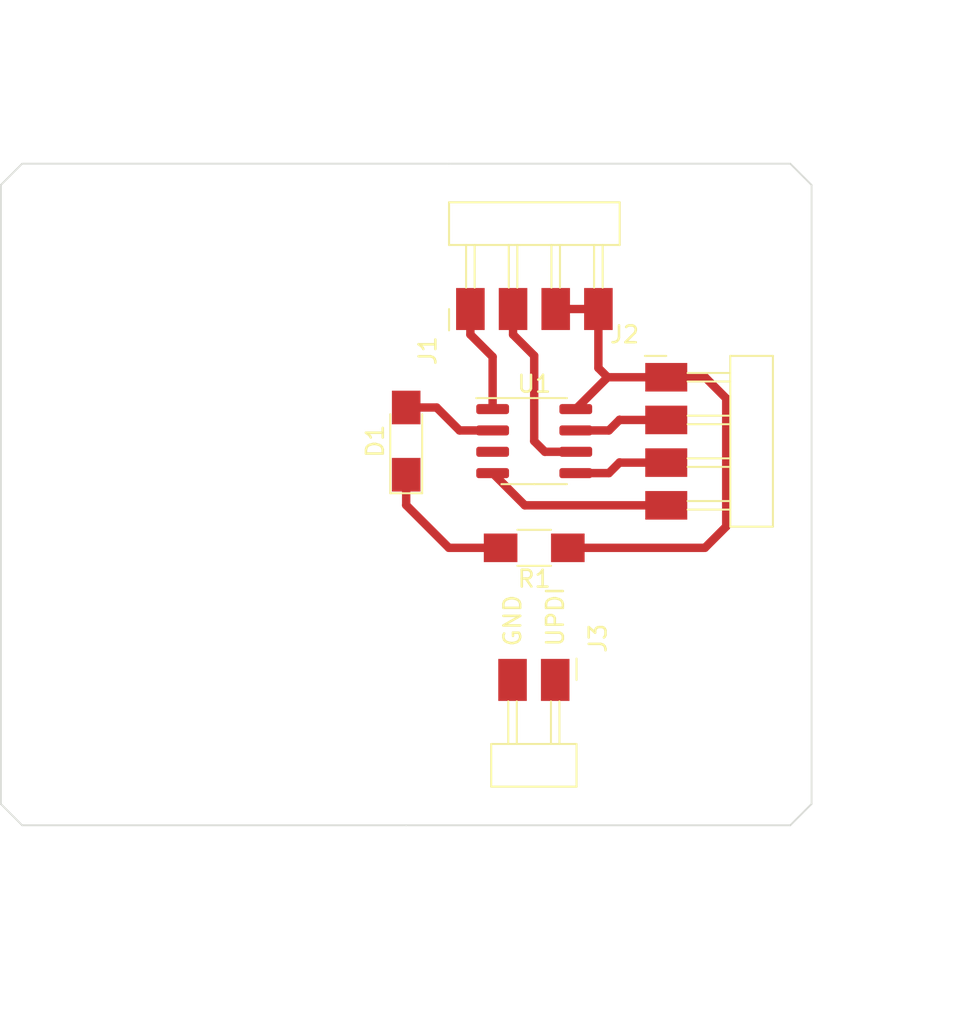
<source format=kicad_pcb>
(kicad_pcb (version 20211014) (generator pcbnew)
  (layers (0 "F.Cu" signal) (31 "B.Cu" signal) (34 "B.Paste" user) (35 "F.Paste" user) (36 "B.SilkS" user "B.Silkscreen") (37 "F.SilkS" user "F.Silkscreen") (38 "B.Mask" user) (39 "F.Mask" user) (44 "Edge.Cuts" user))
  (net 0 "")
  (net 1 "Net-(U1-Pad2)")
  (net 2 "Net-(D1-Pad1)")
  (net 3 "Net-(U1-Pad6)")
  (net 4 "Net-(U1-Pad1)")
  (net 5 "Net-(U1-Pad7)")
  (net 6 "Net-(U1-Pad5)")
  (net 7 "Net-(U1-Pad4)")
  (net 11 "Net-(J2-Pad1)")
  (footprint "fab:LED_1206" (layer "F.Cu") (at 157.48 115.57 90)
    (fp_text reference "D1" (at 0 -1.85 90) (layer "F.SilkS"))
    (fp_text value "LED")
    (fp_line (start -3.1 0.95) (end 1.6 0.95) (layer "F.SilkS") (width 0.12))
    (fp_line (start -3.1 -0.95) (end 1.6 -0.95) (layer "F.SilkS") (width 0.12))
    (fp_line (start -3.1 -0.95) (end -3.1 0.95) (layer "F.SilkS") (width 0.12))
    (pad "1" smd rect locked (at -2 0 90) (size 2 1.7) (layers "F.Cu" "F.Paste" "F.Mask") (net 2 "Net-(D1-Pad1)"))
    (pad "2" smd rect locked (at 2 0 90) (size 2 1.7) (layers "F.Cu" "F.Paste" "F.Mask") (net 1 "Net-(U1-Pad2)"))
  )
  (footprint "fab:PinHeader_1x04_P2.54mm_Horizontal_SMD" (layer "F.Cu") (at 161.3 107.71 90)
    (fp_text reference "J1" (at -1.524 -2.54 90) (layer "F.SilkS") (effects (justify right)))
    (fp_text value "Conn_PinHeader_1x04_P2.54mm_Horizontal_SMD")
    (fp_line (start 6.35 8.89) (end 3.81 8.89) (layer "F.SilkS") (width 0.12))
    (fp_line (start 3.81 2.286) (end 1.27 2.286) (layer "F.SilkS") (width 0.12))
    (fp_line (start 3.81 4.826) (end 1.27 4.826) (layer "F.SilkS") (width 0.12))
    (fp_line (start 3.81 0.254) (end 1.27 0.254) (layer "F.SilkS") (width 0.12))
    (fp_line (start 3.81 -0.254) (end 1.27 -0.254) (layer "F.SilkS") (width 0.12))
    (fp_line (start 3.81 7.874) (end 1.27 7.874) (layer "F.SilkS") (width 0.12))
    (fp_line (start -1.27 -1.27) (end 0 -1.27) (layer "F.SilkS") (width 0.12))
    (fp_line (start 6.35 -1.27) (end 6.35 8.89) (layer "F.SilkS") (width 0.12))
    (fp_line (start 3.81 -1.27) (end 6.35 -1.27) (layer "F.SilkS") (width 0.12))
    (fp_line (start 3.81 8.89) (end 3.81 -1.27) (layer "F.SilkS") (width 0.12))
    (fp_line (start 3.81 5.334) (end 1.27 5.334) (layer "F.SilkS") (width 0.12))
    (fp_line (start 3.81 2.794) (end 1.27 2.794) (layer "F.SilkS") (width 0.12))
    (fp_line (start 3.81 7.366) (end 1.27 7.366) (layer "F.SilkS") (width 0.12))
    (pad "1" smd rect locked (at 0 0 90) (size 2.5 1.7) (layers "F.Cu" "F.Paste" "F.Mask") (net 4 "Net-(U1-Pad1)"))
    (pad "2" smd rect locked (at 0 2.54 90) (size 2.5 1.7) (layers "F.Cu" "F.Paste" "F.Mask") (net 3 "Net-(U1-Pad6)"))
    (pad "3" smd rect locked (at 0 5.08 90) (size 2.5 1.7) (layers "F.Cu" "F.Paste" "F.Mask") (net 11 "Net-(J2-Pad1)"))
    (pad "4" smd rect locked (at 0 7.62 90) (size 2.5 1.7) (layers "F.Cu" "F.Paste" "F.Mask") (net 11 "Net-(J2-Pad1)"))
  )
  (footprint "fab:PinHeader_1x04_P2.54mm_Horizontal_SMD" (layer "F.Cu") (at 172.96 111.77)
    (fp_text reference "J2" (at -1.524 -2.54) (layer "F.SilkS") (effects (justify right)))
    (fp_text value "Conn_PinHeader_1x04_P2.54mm_Horizontal_SMD")
    (fp_line (start 3.81 -0.254) (end 1.27 -0.254) (layer "F.SilkS") (width 0.12))
    (fp_line (start 3.81 8.89) (end 3.81 -1.27) (layer "F.SilkS") (width 0.12))
    (fp_line (start 6.35 -1.27) (end 6.35 8.89) (layer "F.SilkS") (width 0.12))
    (fp_line (start 3.81 5.334) (end 1.27 5.334) (layer "F.SilkS") (width 0.12))
    (fp_line (start 6.35 8.89) (end 3.81 8.89) (layer "F.SilkS") (width 0.12))
    (fp_line (start 3.81 2.794) (end 1.27 2.794) (layer "F.SilkS") (width 0.12))
    (fp_line (start 3.81 -1.27) (end 6.35 -1.27) (layer "F.SilkS") (width 0.12))
    (fp_line (start 3.81 2.286) (end 1.27 2.286) (layer "F.SilkS") (width 0.12))
    (fp_line (start 3.81 7.874) (end 1.27 7.874) (layer "F.SilkS") (width 0.12))
    (fp_line (start 3.81 4.826) (end 1.27 4.826) (layer "F.SilkS") (width 0.12))
    (fp_line (start 3.81 7.366) (end 1.27 7.366) (layer "F.SilkS") (width 0.12))
    (fp_line (start -1.27 -1.27) (end 0 -1.27) (layer "F.SilkS") (width 0.12))
    (fp_line (start 3.81 0.254) (end 1.27 0.254) (layer "F.SilkS") (width 0.12))
    (pad "1" smd rect locked (at 0 0) (size 2.5 1.7) (layers "F.Cu" "F.Paste" "F.Mask") (net 11 "Net-(J2-Pad1)"))
    (pad "2" smd rect locked (at 0 2.54) (size 2.5 1.7) (layers "F.Cu" "F.Paste" "F.Mask") (net 5 "Net-(U1-Pad7)"))
    (pad "3" smd rect locked (at 0 5.08) (size 2.5 1.7) (layers "F.Cu" "F.Paste" "F.Mask") (net 6 "Net-(U1-Pad5)"))
    (pad "4" smd rect locked (at 0 7.62) (size 2.5 1.7) (layers "F.Cu" "F.Paste" "F.Mask") (net 7 "Net-(U1-Pad4)"))
  )
  (footprint "fab:PinHeader_UPDI_01x02_P2.54mm_Horizontal_SMD" (layer "F.Cu") (at 166.35 129.78 -90)
    (fp_text reference "J3" (at -1.524 -2.54 90) (layer "F.SilkS") (effects (justify left)))
    (fp_text value "Conn_PinHeader_1x02_P2.54mm_Horizontal_SMD")
    (fp_text user "UPDI" (at -1.905 0 90) (layer "F.SilkS") (effects (justify left)))
    (fp_text user "GND" (at -1.905 2.54 90) (layer "F.SilkS") (effects (justify left)))
    (fp_line (start 3.81 0.254) (end 1.27 0.254) (layer "F.SilkS") (width 0.12))
    (fp_line (start 6.35 3.81) (end 3.81 3.81) (layer "F.SilkS") (width 0.12))
    (fp_line (start 3.81 -0.254) (end 1.27 -0.254) (layer "F.SilkS") (width 0.12))
    (fp_line (start 3.81 -1.27) (end 6.35 -1.27) (layer "F.SilkS") (width 0.12))
    (fp_line (start 3.81 2.286) (end 1.27 2.286) (layer "F.SilkS") (width 0.12))
    (fp_line (start 3.81 2.794) (end 1.27 2.794) (layer "F.SilkS") (width 0.12))
    (fp_line (start 3.81 3.81) (end 3.81 -1.27) (layer "F.SilkS") (width 0.12))
    (fp_line (start 6.35 -1.27) (end 6.35 3.81) (layer "F.SilkS") (width 0.12))
    (fp_line (start -1.27 -1.27) (end 0 -1.27) (layer "F.SilkS") (width 0.12))
    (pad "1" smd rect locked (at 0 0 270) (size 2.5 1.7) (layers "F.Cu" "F.Paste" "F.Mask"))
    (pad "2" smd rect locked (at 0 2.54 270) (size 2.5 1.7) (layers "F.Cu" "F.Paste" "F.Mask"))
  )
  (footprint "Package_SO:SOIC-8_3.9x4.9mm_P1.27mm" (layer "F.Cu") (at 165.1 115.57)
    (fp_text reference "U1" (at 0 -3.4) (layer "F.SilkS"))
    (fp_text value "ATtiny412-SS")
    (fp_line (start 0 2.56) (end 1.95 2.56) (layer "F.SilkS") (width 0.12))
    (fp_line (start 0 -2.56) (end -3.45 -2.56) (layer "F.SilkS") (width 0.12))
    (fp_line (start 0 2.56) (end -1.95 2.56) (layer "F.SilkS") (width 0.12))
    (fp_line (start 0 -2.56) (end 1.95 -2.56) (layer "F.SilkS") (width 0.12))
    (pad "1" smd roundrect (at -2.475 -1.905) (size 1.95 0.6) (layers "F.Cu" "F.Paste" "F.Mask") (net 4 "Net-(U1-Pad1)"))
    (pad "2" smd roundrect (at -2.475 -0.635) (size 1.95 0.6) (layers "F.Cu" "F.Paste" "F.Mask") (net 1 "Net-(U1-Pad2)"))
    (pad "3" smd roundrect (at -2.475 0.635) (size 1.95 0.6) (layers "F.Cu" "F.Paste" "F.Mask"))
    (pad "4" smd roundrect (at -2.475 1.905) (size 1.95 0.6) (layers "F.Cu" "F.Paste" "F.Mask") (net 7 "Net-(U1-Pad4)"))
    (pad "5" smd roundrect (at 2.475 1.905) (size 1.95 0.6) (layers "F.Cu" "F.Paste" "F.Mask") (net 6 "Net-(U1-Pad5)"))
    (pad "6" smd roundrect (at 2.475 0.635) (size 1.95 0.6) (layers "F.Cu" "F.Paste" "F.Mask") (net 3 "Net-(U1-Pad6)"))
    (pad "7" smd roundrect (at 2.475 -0.635) (size 1.95 0.6) (layers "F.Cu" "F.Paste" "F.Mask") (net 5 "Net-(U1-Pad7)"))
    (pad "8" smd roundrect (at 2.475 -1.905) (size 1.95 0.6) (layers "F.Cu" "F.Paste" "F.Mask") (net 11 "Net-(J2-Pad1)"))
  )
  (footprint "fab:R_1206" (layer "F.Cu") (at 165.1 121.92 180)
    (fp_text reference "R1" (at 0 -1.85) (layer "F.SilkS"))
    (fp_text value "R")
    (fp_line (start -1 -1.07) (end 1 -1.07) (layer "F.SilkS") (width 0.12))
    (fp_line (start 1 1.07) (end -1 1.07) (layer "F.SilkS") (width 0.12))
    (pad "1" smd rect locked (at -2 0 180) (size 2 1.7) (layers "F.Cu" "F.Paste" "F.Mask") (net 11 "Net-(J2-Pad1)"))
    (pad "2" smd rect locked (at 2 0 180) (size 2 1.7) (layers "F.Cu" "F.Paste" "F.Mask") (net 2 "Net-(D1-Pad1)"))
  )
  (gr_line (start 181.61 137.16) (end 180.34 138.43) (layer "Edge.Cuts") (width 0.1))
  (gr_line (start 133.35 137.16) (end 133.35 100.33) (layer "Edge.Cuts") (width 0.1))
  (gr_line (start 134.62 99.06) (end 160.02 99.06) (layer "Edge.Cuts") (width 0.1))
  (gr_line (start 157.48 138.43) (end 134.62 138.43) (layer "Edge.Cuts") (width 0.1))
  (gr_line (start 133.35 137.16) (end 134.62 138.43) (layer "Edge.Cuts") (width 0.1))
  (gr_line (start 181.61 100.33) (end 181.61 137.16) (layer "Edge.Cuts") (width 0.1))
  (gr_line (start 180.34 138.43) (end 157.48 138.43) (layer "Edge.Cuts") (width 0.1))
  (gr_line (start 160.02 99.06) (end 180.34 99.06) (layer "Edge.Cuts") (width 0.1))
  (gr_line (start 133.35 100.33) (end 134.62 99.06) (layer "Edge.Cuts") (width 0.1))
  (gr_line (start 180.34 99.06) (end 181.61 100.33) (layer "Edge.Cuts") (width 0.1))
  (segment (start 160.655 114.935) (end 162.625 114.935) (width 0.5) (layer "F.Cu") (net 1))
  (segment (start 157.48 113.57) (end 159.29 113.57) (width 0.5) (layer "F.Cu") (net 1))
  (segment (start 159.29 113.57) (end 160.655 114.935) (width 0.5) (layer "F.Cu") (net 1))
  (segment (start 157.48 119.38) (end 160.02 121.92) (width 0.5) (layer "F.Cu") (net 2))
  (segment (start 160.02 121.92) (end 163.1 121.92) (width 0.5) (layer "F.Cu") (net 2))
  (segment (start 157.48 117.57) (end 157.48 119.38) (width 0.5) (layer "F.Cu") (net 2))
  (segment (start 165.1 115.57) (end 165.735 116.205) (width 0.5) (layer "F.Cu") (net 3))
  (segment (start 163.84 107.71) (end 163.84 109.23) (width 0.5) (layer "F.Cu") (net 3))
  (segment (start 165.735 116.205) (end 167.575 116.205) (width 0.5) (layer "F.Cu") (net 3))
  (segment (start 165.1 110.49) (end 165.1 115.57) (width 0.5) (layer "F.Cu") (net 3))
  (segment (start 163.84 109.23) (end 165.1 110.49) (width 0.5) (layer "F.Cu") (net 3))
  (segment (start 161.3 109.23) (end 162.625 110.555) (width 0.5) (layer "F.Cu") (net 4))
  (segment (start 161.3 107.71) (end 161.3 109.23) (width 0.5) (layer "F.Cu") (net 4))
  (segment (start 162.625 110.555) (end 162.625 113.665) (width 0.5) (layer "F.Cu") (net 4))
  (segment (start 170.19 114.31) (end 170.18 114.3) (width 0.5) (layer "F.Cu") (net 5))
  (segment (start 170.18 114.3) (end 169.545 114.935) (width 0.5) (layer "F.Cu") (net 5))
  (segment (start 169.545 114.935) (end 167.575 114.935) (width 0.5) (layer "F.Cu") (net 5))
  (segment (start 172.96 114.31) (end 170.19 114.31) (width 0.5) (layer "F.Cu") (net 5))
  (segment (start 170.19 116.85) (end 170.18 116.84) (width 0.5) (layer "F.Cu") (net 6))
  (segment (start 172.96 116.85) (end 170.19 116.85) (width 0.5) (layer "F.Cu") (net 6))
  (segment (start 170.18 116.84) (end 169.545 117.475) (width 0.5) (layer "F.Cu") (net 6))
  (segment (start 169.545 117.475) (end 167.575 117.475) (width 0.5) (layer "F.Cu") (net 6))
  (segment (start 164.54 119.39) (end 162.625 117.475) (width 0.5) (layer "F.Cu") (net 7))
  (segment (start 172.96 119.39) (end 164.54 119.39) (width 0.5) (layer "F.Cu") (net 7))
  (segment (start 168.92 111.22) (end 168.92 107.71) (width 0.5) (layer "F.Cu") (net 11))
  (segment (start 167.1 121.92) (end 175.26 121.92) (width 0.5) (layer "F.Cu") (net 11))
  (segment (start 175.27 111.77) (end 172.96 111.77) (width 0.5) (layer "F.Cu") (net 11))
  (segment (start 176.53 120.65) (end 176.53 113.03) (width 0.5) (layer "F.Cu") (net 11))
  (segment (start 176.53 113.03) (end 175.27 111.77) (width 0.5) (layer "F.Cu") (net 11))
  (segment (start 169.47 111.77) (end 168.92 111.22) (width 0.5) (layer "F.Cu") (net 11))
  (segment (start 166.38 107.71) (end 168.92 107.71) (width 0.5) (layer "F.Cu") (net 11))
  (segment (start 167.575 113.665) (end 169.47 111.77) (width 0.5) (layer "F.Cu") (net 11))
  (segment (start 169.47 111.77) (end 172.96 111.77) (width 0.5) (layer "F.Cu") (net 11))
  (segment (start 175.26 121.92) (end 176.53 120.65) (width 0.5) (layer "F.Cu") (net 11))
)
</source>
